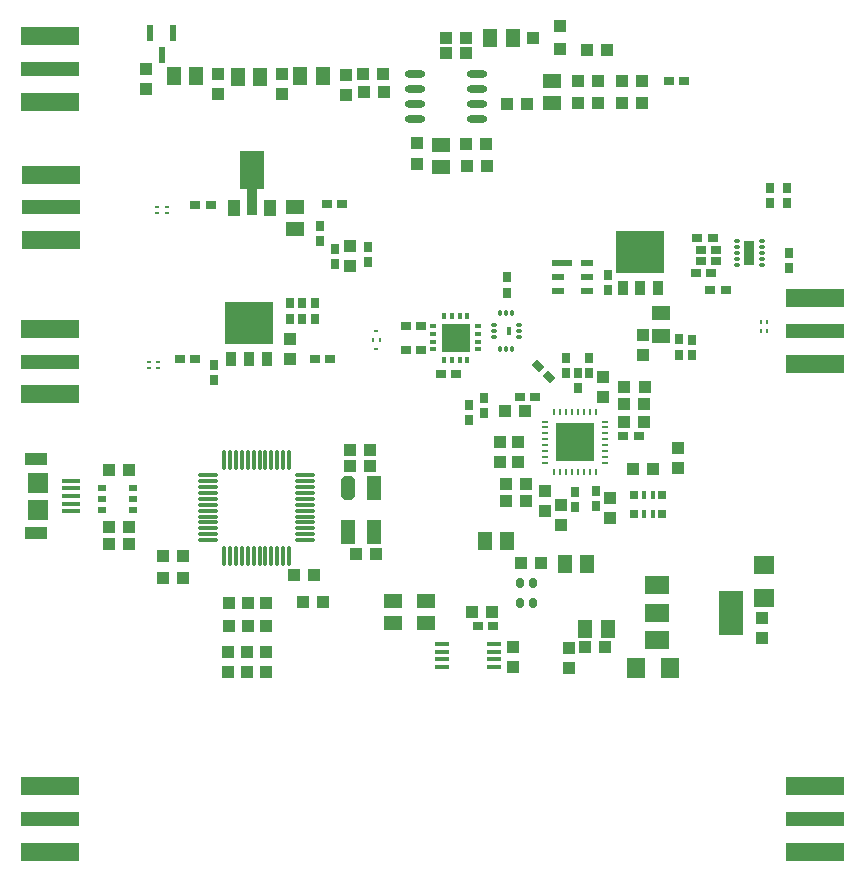
<source format=gtp>
G04*
G04 #@! TF.GenerationSoftware,Altium Limited,Altium Designer,20.2.4 (192)*
G04*
G04 Layer_Color=8421504*
%FSLAX25Y25*%
%MOIN*%
G70*
G04*
G04 #@! TF.SameCoordinates,2E8E0BC3-B8D5-4E9D-ADAA-81CF339668D3*
G04*
G04*
G04 #@! TF.FilePolarity,Positive*
G04*
G01*
G75*
%ADD20R,0.08268X0.12795*%
%ADD21R,0.16043X0.14370*%
%ADD22R,0.03543X0.02756*%
%ADD23R,0.01181X0.00591*%
%ADD24R,0.00591X0.01181*%
%ADD25R,0.02264X0.01181*%
%ADD26R,0.01181X0.02264*%
%ADD27R,0.09449X0.09449*%
%ADD28R,0.06890X0.02362*%
%ADD29R,0.03937X0.02362*%
%ADD30R,0.02756X0.03543*%
%ADD31R,0.04331X0.03937*%
%ADD32R,0.03543X0.19685*%
%ADD33R,0.03937X0.05512*%
G04:AMPARAMS|DCode=34|XSize=31.5mil|YSize=23.62mil|CornerRadius=5.91mil|HoleSize=0mil|Usage=FLASHONLY|Rotation=90.000|XOffset=0mil|YOffset=0mil|HoleType=Round|Shape=RoundedRectangle|*
%AMROUNDEDRECTD34*
21,1,0.03150,0.01181,0,0,90.0*
21,1,0.01968,0.02362,0,0,90.0*
1,1,0.01181,0.00591,0.00984*
1,1,0.01181,0.00591,-0.00984*
1,1,0.01181,-0.00591,-0.00984*
1,1,0.01181,-0.00591,0.00984*
%
%ADD34ROUNDEDRECTD34*%
%ADD35O,0.01181X0.06890*%
%ADD36O,0.06890X0.01181*%
%ADD37R,0.02362X0.05512*%
%ADD38R,0.07900X0.05900*%
%ADD39R,0.07900X0.15000*%
%ADD40O,0.06890X0.02362*%
%ADD41R,0.07480X0.04232*%
%ADD42R,0.07087X0.07087*%
%ADD43R,0.05906X0.01575*%
%ADD44R,0.02756X0.01968*%
%ADD45R,0.04000X0.04000*%
%ADD46R,0.02559X0.02756*%
%ADD47R,0.01772X0.02756*%
%ADD48R,0.04500X0.01500*%
%ADD49R,0.04724X0.07874*%
G04:AMPARAMS|DCode=50|XSize=78.74mil|YSize=47.24mil|CornerRadius=0mil|HoleSize=0mil|Usage=FLASHONLY|Rotation=270.000|XOffset=0mil|YOffset=0mil|HoleType=Round|Shape=Octagon|*
%AMOCTAGOND50*
4,1,8,-0.01181,-0.03937,0.01181,-0.03937,0.02362,-0.02756,0.02362,0.02756,0.01181,0.03937,-0.01181,0.03937,-0.02362,0.02756,-0.02362,-0.02756,-0.01181,-0.03937,0.0*
%
%ADD50OCTAGOND50*%

%ADD51R,0.07087X0.06299*%
%ADD52R,0.05906X0.05118*%
%ADD53R,0.03937X0.04331*%
%ADD54O,0.02362X0.01181*%
%ADD55R,0.03543X0.08268*%
%ADD56R,0.12992X0.12992*%
%ADD57O,0.00984X0.02559*%
%ADD58O,0.02559X0.00984*%
%ADD59O,0.01181X0.02362*%
%ADD60R,0.01575X0.03150*%
%ADD61R,0.03543X0.05118*%
%ADD62R,0.19685X0.06299*%
%ADD63R,0.19685X0.04724*%
%ADD64R,0.01496X0.01102*%
G04:AMPARAMS|DCode=65|XSize=27.56mil|YSize=35.43mil|CornerRadius=0mil|HoleSize=0mil|Usage=FLASHONLY|Rotation=225.000|XOffset=0mil|YOffset=0mil|HoleType=Round|Shape=Rectangle|*
%AMROTATEDRECTD65*
4,1,4,-0.00278,0.02227,0.02227,-0.00278,0.00278,-0.02227,-0.02227,0.00278,-0.00278,0.02227,0.0*
%
%ADD65ROTATEDRECTD65*%

%ADD66R,0.06299X0.07087*%
%ADD67R,0.01102X0.01496*%
%ADD68R,0.05118X0.05906*%
D20*
X77362Y314819D02*
D03*
D21*
X76329Y263834D02*
D03*
X206785Y287413D02*
D03*
D22*
X128543Y262731D02*
D03*
X133661D02*
D03*
X128543Y254681D02*
D03*
X133661D02*
D03*
X145472Y246807D02*
D03*
X140354D02*
D03*
X201181Y225941D02*
D03*
X206299D02*
D03*
X53346Y251531D02*
D03*
X58464D02*
D03*
X103346Y251728D02*
D03*
X98228D02*
D03*
X232087Y284208D02*
D03*
X226969D02*
D03*
X232087Y288145D02*
D03*
X226969D02*
D03*
X221402Y344216D02*
D03*
X216283D02*
D03*
X171795Y239098D02*
D03*
X166677D02*
D03*
X225787Y292082D02*
D03*
X230906D02*
D03*
X225328Y280228D02*
D03*
X230446D02*
D03*
X235236Y274563D02*
D03*
X230118D02*
D03*
X157677Y162592D02*
D03*
X152559D02*
D03*
X63543Y303106D02*
D03*
X58425D02*
D03*
X107438Y303500D02*
D03*
X102320D02*
D03*
D23*
X118841Y260882D02*
D03*
Y255173D02*
D03*
D24*
X120121Y258027D02*
D03*
X117561D02*
D03*
D25*
X152706Y254878D02*
D03*
X152707Y257439D02*
D03*
X152706Y259995D02*
D03*
X152705Y262556D02*
D03*
X137847D02*
D03*
X137847Y259995D02*
D03*
Y257430D02*
D03*
X137840Y254879D02*
D03*
D26*
X149116Y266140D02*
D03*
X146555Y266148D02*
D03*
X143997Y266148D02*
D03*
X141437Y266148D02*
D03*
X141436Y251279D02*
D03*
X143997Y251279D02*
D03*
X146560Y251288D02*
D03*
X149114Y251284D02*
D03*
D27*
X145275Y258716D02*
D03*
D28*
X180797Y283766D02*
D03*
D29*
X179320Y279041D02*
D03*
D03*
X179320Y274317D02*
D03*
X189163D02*
D03*
X189163Y279041D02*
D03*
X189163Y283766D02*
D03*
D30*
X116142Y284012D02*
D03*
Y289130D02*
D03*
X98425Y270232D02*
D03*
Y265114D02*
D03*
X191929Y207831D02*
D03*
Y202712D02*
D03*
X185968Y247004D02*
D03*
Y241886D02*
D03*
X94130Y265114D02*
D03*
Y270232D02*
D03*
X154580Y238736D02*
D03*
Y233618D02*
D03*
X149606Y236472D02*
D03*
Y231354D02*
D03*
X162205Y278893D02*
D03*
Y273775D02*
D03*
X64567Y249760D02*
D03*
Y244641D02*
D03*
X256299Y281890D02*
D03*
Y287008D02*
D03*
X255817Y303742D02*
D03*
Y308860D02*
D03*
X181890Y247004D02*
D03*
Y252122D02*
D03*
X189764Y252122D02*
D03*
Y247004D02*
D03*
X250000Y308860D02*
D03*
Y303742D02*
D03*
X184984Y207405D02*
D03*
Y202287D02*
D03*
X195910Y274563D02*
D03*
Y279681D02*
D03*
X219563Y253106D02*
D03*
Y258224D02*
D03*
X224016Y252909D02*
D03*
Y258027D02*
D03*
X90157Y270232D02*
D03*
Y265114D02*
D03*
X100042Y296020D02*
D03*
Y290901D02*
D03*
X105118Y283224D02*
D03*
Y288342D02*
D03*
D31*
X155260Y323350D02*
D03*
X148567D02*
D03*
X168252Y234374D02*
D03*
X161559D02*
D03*
X168701Y204287D02*
D03*
X162008D02*
D03*
X208071Y236768D02*
D03*
X201378D02*
D03*
X201378Y230862D02*
D03*
X208071D02*
D03*
X173764Y183618D02*
D03*
X167071Y183618D02*
D03*
X157285Y167279D02*
D03*
X150593D02*
D03*
X54527Y185980D02*
D03*
X47835D02*
D03*
X54527Y178697D02*
D03*
X47835D02*
D03*
X118701Y186767D02*
D03*
X112008D02*
D03*
X110157Y215901D02*
D03*
X116850D02*
D03*
X110039Y221413D02*
D03*
X116732D02*
D03*
X188281Y155665D02*
D03*
X194974D02*
D03*
X141874Y353665D02*
D03*
X148567D02*
D03*
Y358783D02*
D03*
X141874D02*
D03*
X121008Y346579D02*
D03*
X114315D02*
D03*
X155654Y315870D02*
D03*
X148961D02*
D03*
X121402Y340673D02*
D03*
X114709D02*
D03*
X162346Y336736D02*
D03*
X169039D02*
D03*
X185969Y344216D02*
D03*
X192661D02*
D03*
X168701Y210193D02*
D03*
X162008D02*
D03*
X201520Y242445D02*
D03*
X208213D02*
D03*
X211024Y215114D02*
D03*
X204331D02*
D03*
X94357Y170626D02*
D03*
X101050D02*
D03*
X29724Y190114D02*
D03*
X36417D02*
D03*
X29724Y214819D02*
D03*
X36417D02*
D03*
X29724Y195626D02*
D03*
X36417D02*
D03*
X189118Y354846D02*
D03*
X195811D02*
D03*
X207228Y344216D02*
D03*
X200535D02*
D03*
X207228Y337130D02*
D03*
X200535D02*
D03*
X192661D02*
D03*
X185969D02*
D03*
X91270Y179563D02*
D03*
X97963D02*
D03*
D32*
X77362Y309208D02*
D03*
D33*
X71260Y302122D02*
D03*
X83464D02*
D03*
D34*
X166614Y170392D02*
D03*
X171063Y170392D02*
D03*
X171063Y176888D02*
D03*
X166614D02*
D03*
D35*
X89709Y186079D02*
D03*
X87740Y186078D02*
D03*
X85772D02*
D03*
X83803D02*
D03*
X81835D02*
D03*
X79866D02*
D03*
X77898Y186079D02*
D03*
X75929D02*
D03*
X73961Y186078D02*
D03*
X71992D02*
D03*
X70024D02*
D03*
X68055D02*
D03*
Y218165D02*
D03*
X70024Y218165D02*
D03*
X71992D02*
D03*
X73961D02*
D03*
X75929Y218165D02*
D03*
X77898D02*
D03*
X79866D02*
D03*
X81835D02*
D03*
X83803D02*
D03*
X85772Y218165D02*
D03*
X87740D02*
D03*
X89709Y218165D02*
D03*
D36*
X62839Y191295D02*
D03*
Y193263D02*
D03*
Y195232D02*
D03*
X62839Y197201D02*
D03*
Y199169D02*
D03*
Y201137D02*
D03*
X62839Y203106D02*
D03*
Y205075D02*
D03*
X62839Y207043D02*
D03*
Y209012D02*
D03*
Y210980D02*
D03*
Y212948D02*
D03*
X94925D02*
D03*
Y210980D02*
D03*
Y209012D02*
D03*
Y207043D02*
D03*
Y205075D02*
D03*
Y203106D02*
D03*
Y201137D02*
D03*
Y199169D02*
D03*
Y197201D02*
D03*
Y195232D02*
D03*
Y193263D02*
D03*
Y191295D02*
D03*
D37*
X50984Y360389D02*
D03*
X43504D02*
D03*
X47244Y352909D02*
D03*
D38*
X212332Y158022D02*
D03*
Y167122D02*
D03*
Y176222D02*
D03*
D39*
X237132Y167122D02*
D03*
D40*
X152406Y331598D02*
D03*
Y336598D02*
D03*
Y341598D02*
D03*
Y346598D02*
D03*
X131736Y331598D02*
D03*
Y336598D02*
D03*
Y341598D02*
D03*
Y346598D02*
D03*
D41*
X5474Y193633D02*
D03*
Y218337D02*
D03*
D42*
X6183Y201458D02*
D03*
Y210513D02*
D03*
D43*
X17010Y200867D02*
D03*
Y203426D02*
D03*
Y205985D02*
D03*
Y208544D02*
D03*
X17010Y211103D02*
D03*
D44*
X27224Y201334D02*
D03*
Y205075D02*
D03*
Y208815D02*
D03*
X37657D02*
D03*
Y205075D02*
D03*
Y201334D02*
D03*
D45*
X171135Y358683D02*
D03*
X179936Y362583D02*
D03*
Y354983D02*
D03*
X69685Y170392D02*
D03*
Y162592D02*
D03*
X75984Y170392D02*
D03*
Y162592D02*
D03*
X82102Y170392D02*
D03*
Y162592D02*
D03*
D46*
X204724Y200153D02*
D03*
Y206452D02*
D03*
X214173Y200153D02*
D03*
Y206452D02*
D03*
D47*
X207874Y200153D02*
D03*
Y206452D02*
D03*
X211024Y200153D02*
D03*
Y206452D02*
D03*
D48*
X157874Y156750D02*
D03*
Y154190D02*
D03*
Y151630D02*
D03*
Y149070D02*
D03*
X140551Y149068D02*
D03*
X140551Y151628D02*
D03*
X140551Y154188D02*
D03*
Y156748D02*
D03*
D49*
X118110Y208618D02*
D03*
X118110Y194051D02*
D03*
X109449Y194051D02*
D03*
D50*
Y208618D02*
D03*
D51*
X248031Y172004D02*
D03*
Y183027D02*
D03*
D52*
X135433Y163539D02*
D03*
Y171019D02*
D03*
X91571Y302516D02*
D03*
Y295035D02*
D03*
X140496Y323153D02*
D03*
Y315673D02*
D03*
X124409Y171019D02*
D03*
Y163539D02*
D03*
X213779Y266886D02*
D03*
Y259405D02*
D03*
X177504Y344413D02*
D03*
Y336933D02*
D03*
D53*
X110039Y289277D02*
D03*
Y282584D02*
D03*
X219291Y215311D02*
D03*
Y222004D02*
D03*
X90157Y251728D02*
D03*
Y258421D02*
D03*
X196850Y205468D02*
D03*
Y198775D02*
D03*
X180260Y203075D02*
D03*
Y196382D02*
D03*
X194433Y238901D02*
D03*
Y245594D02*
D03*
X160181Y223941D02*
D03*
Y217248D02*
D03*
X175197Y207634D02*
D03*
Y200941D02*
D03*
X166087Y223941D02*
D03*
Y217248D02*
D03*
X164370Y155665D02*
D03*
X164370Y148972D02*
D03*
X183071Y155271D02*
D03*
Y148579D02*
D03*
X132228Y316854D02*
D03*
Y323547D02*
D03*
X66087Y340083D02*
D03*
Y346775D02*
D03*
X87347Y340083D02*
D03*
Y346775D02*
D03*
X69504Y147382D02*
D03*
Y154075D02*
D03*
X75803Y147382D02*
D03*
Y154075D02*
D03*
X82102Y147382D02*
D03*
Y154075D02*
D03*
X108606Y346382D02*
D03*
Y339689D02*
D03*
X42126Y348350D02*
D03*
Y341657D02*
D03*
X207732Y259602D02*
D03*
Y252909D02*
D03*
X247244Y158815D02*
D03*
Y165508D02*
D03*
D54*
X238976Y290901D02*
D03*
Y288933D02*
D03*
Y286964D02*
D03*
Y284996D02*
D03*
Y283027D02*
D03*
X247244D02*
D03*
Y284996D02*
D03*
Y286964D02*
D03*
Y288933D02*
D03*
Y290901D02*
D03*
X158016Y263006D02*
D03*
Y261038D02*
D03*
Y259069D02*
D03*
X166284D02*
D03*
Y261038D02*
D03*
Y263006D02*
D03*
D55*
X243110Y286964D02*
D03*
D56*
X185039Y223972D02*
D03*
D57*
X191929Y214031D02*
D03*
X189961D02*
D03*
X187992D02*
D03*
X186024D02*
D03*
X184055D02*
D03*
X182087D02*
D03*
X180118D02*
D03*
X178150D02*
D03*
Y233913D02*
D03*
X180118D02*
D03*
X182087D02*
D03*
X184055D02*
D03*
X186024D02*
D03*
X187992D02*
D03*
X189961D02*
D03*
X191929D02*
D03*
D58*
X175098Y217083D02*
D03*
Y219051D02*
D03*
Y221020D02*
D03*
Y222988D02*
D03*
Y224956D02*
D03*
Y226925D02*
D03*
Y228893D02*
D03*
Y230862D02*
D03*
X194980D02*
D03*
Y228893D02*
D03*
Y226925D02*
D03*
Y224956D02*
D03*
Y222988D02*
D03*
Y221020D02*
D03*
Y219051D02*
D03*
Y217083D02*
D03*
D59*
X164118Y267140D02*
D03*
X162150D02*
D03*
X160181D02*
D03*
Y254935D02*
D03*
X162150D02*
D03*
X164118D02*
D03*
D60*
X162937Y261038D02*
D03*
D61*
X70472Y251630D02*
D03*
X82283D02*
D03*
X76378D02*
D03*
X206835Y275208D02*
D03*
X212740D02*
D03*
X200929D02*
D03*
D62*
X265118Y87520D02*
D03*
Y109331D02*
D03*
X10079Y261693D02*
D03*
Y239882D02*
D03*
X10258Y313126D02*
D03*
Y291315D02*
D03*
X265118Y250118D02*
D03*
Y271929D02*
D03*
X10079Y359269D02*
D03*
Y337458D02*
D03*
Y109331D02*
D03*
Y87520D02*
D03*
D63*
X265118Y98425D02*
D03*
X10079Y250787D02*
D03*
X10258Y302220D02*
D03*
X265118Y261024D02*
D03*
X10079Y348363D02*
D03*
Y98425D02*
D03*
D64*
X48868Y302220D02*
D03*
X45719D02*
D03*
Y300252D02*
D03*
X48868D02*
D03*
X46063Y248807D02*
D03*
X42913D02*
D03*
Y250775D02*
D03*
X46063D02*
D03*
D65*
X172600Y249431D02*
D03*
X176219Y245813D02*
D03*
D66*
X205512Y148775D02*
D03*
X216535D02*
D03*
D67*
X249016Y260931D02*
D03*
Y264081D02*
D03*
X247047D02*
D03*
Y260931D02*
D03*
D68*
X156835Y358783D02*
D03*
X164315D02*
D03*
X58803Y346185D02*
D03*
X51323D02*
D03*
X80063Y345791D02*
D03*
X72583D02*
D03*
X100929Y346185D02*
D03*
X93449D02*
D03*
X189173Y183421D02*
D03*
X181693D02*
D03*
X162346Y190901D02*
D03*
X154866D02*
D03*
X188491Y161767D02*
D03*
X195971D02*
D03*
M02*

</source>
